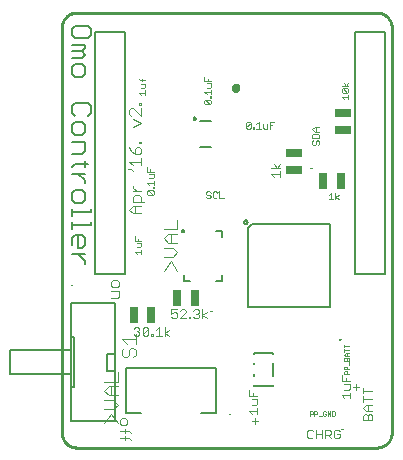
<source format=gto>
G75*
%MOIN*%
%OFA0B0*%
%FSLAX25Y25*%
%IPPOS*%
%LPD*%
%AMOC8*
5,1,8,0,0,1.08239X$1,22.5*
%
%ADD10C,0.00600*%
%ADD11C,0.01000*%
%ADD12C,0.01600*%
%ADD13C,0.00300*%
%ADD14C,0.00200*%
%ADD15C,0.00000*%
%ADD16R,0.02559X0.05512*%
%ADD17R,0.05512X0.02559*%
%ADD18C,0.00400*%
%ADD19C,0.00500*%
%ADD20C,0.00800*%
D10*
X0026041Y0063999D02*
X0026041Y0065067D01*
X0023906Y0067202D01*
X0021771Y0067202D02*
X0026041Y0067202D01*
X0024973Y0069377D02*
X0023906Y0069377D01*
X0023906Y0073647D01*
X0024973Y0073647D02*
X0026041Y0072580D01*
X0026041Y0070444D01*
X0024973Y0069377D01*
X0021771Y0070444D02*
X0021771Y0072580D01*
X0022838Y0073647D01*
X0024973Y0073647D01*
X0028176Y0076877D02*
X0021771Y0076877D01*
X0021771Y0077944D02*
X0021771Y0075809D01*
X0021771Y0080106D02*
X0021771Y0082241D01*
X0021771Y0081174D02*
X0028176Y0081174D01*
X0028176Y0082241D01*
X0024973Y0084416D02*
X0026041Y0085484D01*
X0026041Y0087619D01*
X0024973Y0088687D01*
X0022838Y0088687D01*
X0021771Y0087619D01*
X0021771Y0085484D01*
X0022838Y0084416D01*
X0024973Y0084416D01*
X0026041Y0090855D02*
X0026041Y0091923D01*
X0023906Y0094058D01*
X0021771Y0094058D02*
X0026041Y0094058D01*
X0026041Y0096220D02*
X0026041Y0098355D01*
X0027109Y0097287D02*
X0022838Y0097287D01*
X0021771Y0096220D01*
X0021771Y0100530D02*
X0024973Y0100530D01*
X0026041Y0101598D01*
X0026041Y0104800D01*
X0021771Y0104800D01*
X0022838Y0106976D02*
X0024973Y0106976D01*
X0026041Y0108043D01*
X0026041Y0110178D01*
X0024973Y0111246D01*
X0022838Y0111246D01*
X0021771Y0110178D01*
X0021771Y0108043D01*
X0022838Y0106976D01*
X0022838Y0113421D02*
X0021771Y0114489D01*
X0021771Y0116624D01*
X0022838Y0117691D01*
X0027109Y0117691D01*
X0028176Y0116624D01*
X0028176Y0114489D01*
X0027109Y0113421D01*
X0024973Y0126312D02*
X0022838Y0126312D01*
X0021771Y0127380D01*
X0021771Y0129515D01*
X0022838Y0130582D01*
X0024973Y0130582D01*
X0026041Y0129515D01*
X0026041Y0127380D01*
X0024973Y0126312D01*
X0024973Y0132758D02*
X0021771Y0132758D01*
X0021771Y0134893D02*
X0024973Y0134893D01*
X0026041Y0133825D01*
X0024973Y0132758D01*
X0024973Y0134893D02*
X0026041Y0135960D01*
X0026041Y0137028D01*
X0021771Y0137028D01*
X0022838Y0139203D02*
X0021771Y0140271D01*
X0021771Y0142406D01*
X0022838Y0143473D01*
X0027109Y0143473D01*
X0028176Y0142406D01*
X0028176Y0140271D01*
X0027109Y0139203D01*
X0022838Y0139203D01*
X0028176Y0077944D02*
X0028176Y0076877D01*
X0082589Y0034479D02*
X0082589Y0034109D01*
X0082589Y0034479D02*
X0088967Y0034479D01*
X0088967Y0034109D01*
X0088967Y0030935D02*
X0088967Y0026825D01*
X0088967Y0023652D02*
X0088967Y0023282D01*
X0082589Y0023282D01*
X0082589Y0023652D01*
X0082589Y0026825D02*
X0082589Y0027195D01*
X0082589Y0030565D02*
X0082589Y0030935D01*
D11*
X0018376Y0007817D02*
X0018376Y0142817D01*
X0018378Y0142957D01*
X0018384Y0143097D01*
X0018394Y0143237D01*
X0018407Y0143377D01*
X0018425Y0143516D01*
X0018447Y0143655D01*
X0018472Y0143792D01*
X0018501Y0143930D01*
X0018534Y0144066D01*
X0018571Y0144201D01*
X0018612Y0144335D01*
X0018657Y0144468D01*
X0018705Y0144600D01*
X0018757Y0144730D01*
X0018812Y0144859D01*
X0018871Y0144986D01*
X0018934Y0145112D01*
X0019000Y0145236D01*
X0019069Y0145357D01*
X0019142Y0145477D01*
X0019219Y0145595D01*
X0019298Y0145710D01*
X0019381Y0145824D01*
X0019467Y0145934D01*
X0019556Y0146043D01*
X0019648Y0146149D01*
X0019743Y0146252D01*
X0019840Y0146353D01*
X0019941Y0146450D01*
X0020044Y0146545D01*
X0020150Y0146637D01*
X0020259Y0146726D01*
X0020369Y0146812D01*
X0020483Y0146895D01*
X0020598Y0146974D01*
X0020716Y0147051D01*
X0020836Y0147124D01*
X0020957Y0147193D01*
X0021081Y0147259D01*
X0021207Y0147322D01*
X0021334Y0147381D01*
X0021463Y0147436D01*
X0021593Y0147488D01*
X0021725Y0147536D01*
X0021858Y0147581D01*
X0021992Y0147622D01*
X0022127Y0147659D01*
X0022263Y0147692D01*
X0022401Y0147721D01*
X0022538Y0147746D01*
X0022677Y0147768D01*
X0022816Y0147786D01*
X0022956Y0147799D01*
X0023096Y0147809D01*
X0023236Y0147815D01*
X0023376Y0147817D01*
X0123376Y0147817D01*
X0123516Y0147815D01*
X0123656Y0147809D01*
X0123796Y0147799D01*
X0123936Y0147786D01*
X0124075Y0147768D01*
X0124214Y0147746D01*
X0124351Y0147721D01*
X0124489Y0147692D01*
X0124625Y0147659D01*
X0124760Y0147622D01*
X0124894Y0147581D01*
X0125027Y0147536D01*
X0125159Y0147488D01*
X0125289Y0147436D01*
X0125418Y0147381D01*
X0125545Y0147322D01*
X0125671Y0147259D01*
X0125795Y0147193D01*
X0125916Y0147124D01*
X0126036Y0147051D01*
X0126154Y0146974D01*
X0126269Y0146895D01*
X0126383Y0146812D01*
X0126493Y0146726D01*
X0126602Y0146637D01*
X0126708Y0146545D01*
X0126811Y0146450D01*
X0126912Y0146353D01*
X0127009Y0146252D01*
X0127104Y0146149D01*
X0127196Y0146043D01*
X0127285Y0145934D01*
X0127371Y0145824D01*
X0127454Y0145710D01*
X0127533Y0145595D01*
X0127610Y0145477D01*
X0127683Y0145357D01*
X0127752Y0145236D01*
X0127818Y0145112D01*
X0127881Y0144986D01*
X0127940Y0144859D01*
X0127995Y0144730D01*
X0128047Y0144600D01*
X0128095Y0144468D01*
X0128140Y0144335D01*
X0128181Y0144201D01*
X0128218Y0144066D01*
X0128251Y0143930D01*
X0128280Y0143792D01*
X0128305Y0143655D01*
X0128327Y0143516D01*
X0128345Y0143377D01*
X0128358Y0143237D01*
X0128368Y0143097D01*
X0128374Y0142957D01*
X0128376Y0142817D01*
X0128376Y0007817D01*
X0128374Y0007677D01*
X0128368Y0007537D01*
X0128358Y0007397D01*
X0128345Y0007257D01*
X0128327Y0007118D01*
X0128305Y0006979D01*
X0128280Y0006842D01*
X0128251Y0006704D01*
X0128218Y0006568D01*
X0128181Y0006433D01*
X0128140Y0006299D01*
X0128095Y0006166D01*
X0128047Y0006034D01*
X0127995Y0005904D01*
X0127940Y0005775D01*
X0127881Y0005648D01*
X0127818Y0005522D01*
X0127752Y0005398D01*
X0127683Y0005277D01*
X0127610Y0005157D01*
X0127533Y0005039D01*
X0127454Y0004924D01*
X0127371Y0004810D01*
X0127285Y0004700D01*
X0127196Y0004591D01*
X0127104Y0004485D01*
X0127009Y0004382D01*
X0126912Y0004281D01*
X0126811Y0004184D01*
X0126708Y0004089D01*
X0126602Y0003997D01*
X0126493Y0003908D01*
X0126383Y0003822D01*
X0126269Y0003739D01*
X0126154Y0003660D01*
X0126036Y0003583D01*
X0125916Y0003510D01*
X0125795Y0003441D01*
X0125671Y0003375D01*
X0125545Y0003312D01*
X0125418Y0003253D01*
X0125289Y0003198D01*
X0125159Y0003146D01*
X0125027Y0003098D01*
X0124894Y0003053D01*
X0124760Y0003012D01*
X0124625Y0002975D01*
X0124489Y0002942D01*
X0124351Y0002913D01*
X0124214Y0002888D01*
X0124075Y0002866D01*
X0123936Y0002848D01*
X0123796Y0002835D01*
X0123656Y0002825D01*
X0123516Y0002819D01*
X0123376Y0002817D01*
X0023376Y0002817D01*
X0023236Y0002819D01*
X0023096Y0002825D01*
X0022956Y0002835D01*
X0022816Y0002848D01*
X0022677Y0002866D01*
X0022538Y0002888D01*
X0022401Y0002913D01*
X0022263Y0002942D01*
X0022127Y0002975D01*
X0021992Y0003012D01*
X0021858Y0003053D01*
X0021725Y0003098D01*
X0021593Y0003146D01*
X0021463Y0003198D01*
X0021334Y0003253D01*
X0021207Y0003312D01*
X0021081Y0003375D01*
X0020957Y0003441D01*
X0020836Y0003510D01*
X0020716Y0003583D01*
X0020598Y0003660D01*
X0020483Y0003739D01*
X0020369Y0003822D01*
X0020259Y0003908D01*
X0020150Y0003997D01*
X0020044Y0004089D01*
X0019941Y0004184D01*
X0019840Y0004281D01*
X0019743Y0004382D01*
X0019648Y0004485D01*
X0019556Y0004591D01*
X0019467Y0004700D01*
X0019381Y0004810D01*
X0019298Y0004924D01*
X0019219Y0005039D01*
X0019142Y0005157D01*
X0019069Y0005277D01*
X0019000Y0005398D01*
X0018934Y0005522D01*
X0018871Y0005648D01*
X0018812Y0005775D01*
X0018757Y0005904D01*
X0018705Y0006034D01*
X0018657Y0006166D01*
X0018612Y0006299D01*
X0018571Y0006433D01*
X0018534Y0006568D01*
X0018501Y0006704D01*
X0018472Y0006842D01*
X0018447Y0006979D01*
X0018425Y0007118D01*
X0018407Y0007257D01*
X0018394Y0007397D01*
X0018384Y0007537D01*
X0018378Y0007677D01*
X0018376Y0007817D01*
D12*
X0075813Y0122713D02*
X0075815Y0122760D01*
X0075821Y0122807D01*
X0075830Y0122853D01*
X0075844Y0122898D01*
X0075861Y0122942D01*
X0075882Y0122984D01*
X0075906Y0123025D01*
X0075933Y0123063D01*
X0075964Y0123099D01*
X0075997Y0123132D01*
X0076033Y0123163D01*
X0076071Y0123190D01*
X0076112Y0123214D01*
X0076154Y0123235D01*
X0076198Y0123252D01*
X0076243Y0123266D01*
X0076289Y0123275D01*
X0076336Y0123281D01*
X0076383Y0123283D01*
X0076430Y0123281D01*
X0076477Y0123275D01*
X0076523Y0123266D01*
X0076568Y0123252D01*
X0076612Y0123235D01*
X0076654Y0123214D01*
X0076695Y0123190D01*
X0076733Y0123163D01*
X0076769Y0123132D01*
X0076802Y0123099D01*
X0076833Y0123063D01*
X0076860Y0123025D01*
X0076884Y0122984D01*
X0076905Y0122942D01*
X0076922Y0122898D01*
X0076936Y0122853D01*
X0076945Y0122807D01*
X0076951Y0122760D01*
X0076953Y0122713D01*
X0076951Y0122666D01*
X0076945Y0122619D01*
X0076936Y0122573D01*
X0076922Y0122528D01*
X0076905Y0122484D01*
X0076884Y0122442D01*
X0076860Y0122401D01*
X0076833Y0122363D01*
X0076802Y0122327D01*
X0076769Y0122294D01*
X0076733Y0122263D01*
X0076695Y0122236D01*
X0076654Y0122212D01*
X0076612Y0122191D01*
X0076568Y0122174D01*
X0076523Y0122160D01*
X0076477Y0122151D01*
X0076430Y0122145D01*
X0076383Y0122143D01*
X0076336Y0122145D01*
X0076289Y0122151D01*
X0076243Y0122160D01*
X0076198Y0122174D01*
X0076154Y0122191D01*
X0076112Y0122212D01*
X0076071Y0122236D01*
X0076033Y0122263D01*
X0075997Y0122294D01*
X0075964Y0122327D01*
X0075933Y0122363D01*
X0075906Y0122401D01*
X0075882Y0122442D01*
X0075861Y0122484D01*
X0075844Y0122528D01*
X0075830Y0122573D01*
X0075821Y0122619D01*
X0075815Y0122666D01*
X0075813Y0122713D01*
D13*
X0089236Y0097425D02*
X0090203Y0095974D01*
X0091171Y0097425D01*
X0091171Y0095974D02*
X0088268Y0095974D01*
X0088268Y0093995D02*
X0091171Y0093995D01*
X0091171Y0094962D02*
X0091171Y0093027D01*
X0089236Y0093027D02*
X0088268Y0093995D01*
X0065184Y0048884D02*
X0065184Y0045981D01*
X0065184Y0046949D02*
X0066635Y0047916D01*
X0065184Y0046949D02*
X0066635Y0045981D01*
X0064172Y0046465D02*
X0063688Y0045981D01*
X0062721Y0045981D01*
X0062237Y0046465D01*
X0061248Y0046465D02*
X0061248Y0045981D01*
X0060764Y0045981D01*
X0060764Y0046465D01*
X0061248Y0046465D01*
X0059752Y0045981D02*
X0057817Y0045981D01*
X0059752Y0047916D01*
X0059752Y0048400D01*
X0059269Y0048884D01*
X0058301Y0048884D01*
X0057817Y0048400D01*
X0056806Y0048884D02*
X0054871Y0048884D01*
X0054871Y0047433D01*
X0055838Y0047916D01*
X0056322Y0047916D01*
X0056806Y0047433D01*
X0056806Y0046465D01*
X0056322Y0045981D01*
X0055355Y0045981D01*
X0054871Y0046465D01*
X0052670Y0042978D02*
X0052670Y0040076D01*
X0052670Y0041043D02*
X0054121Y0042011D01*
X0052670Y0041043D02*
X0054121Y0040076D01*
X0051659Y0040076D02*
X0049724Y0040076D01*
X0050691Y0040076D02*
X0050691Y0042978D01*
X0049724Y0042011D01*
X0048734Y0040560D02*
X0048250Y0040560D01*
X0048250Y0040076D01*
X0048734Y0040076D01*
X0048734Y0040560D01*
X0047239Y0040560D02*
X0046755Y0040076D01*
X0045788Y0040076D01*
X0045304Y0040560D01*
X0047239Y0042495D01*
X0047239Y0040560D01*
X0047239Y0042495D02*
X0046755Y0042978D01*
X0045788Y0042978D01*
X0045304Y0042495D01*
X0045304Y0040560D01*
X0044292Y0040560D02*
X0043809Y0040076D01*
X0042841Y0040076D01*
X0042357Y0040560D01*
X0043325Y0041527D02*
X0043809Y0041527D01*
X0044292Y0041043D01*
X0044292Y0040560D01*
X0043809Y0041527D02*
X0044292Y0042011D01*
X0044292Y0042495D01*
X0043809Y0042978D01*
X0042841Y0042978D01*
X0042357Y0042495D01*
X0036817Y0052504D02*
X0034966Y0052504D01*
X0034966Y0054973D02*
X0037435Y0054973D01*
X0037435Y0053122D01*
X0036817Y0052504D01*
X0036817Y0056188D02*
X0035583Y0056188D01*
X0034966Y0056805D01*
X0034966Y0058039D01*
X0035583Y0058656D01*
X0036817Y0058656D01*
X0037435Y0058039D01*
X0037435Y0056805D01*
X0036817Y0056188D01*
X0042173Y0080886D02*
X0040938Y0082120D01*
X0042173Y0083355D01*
X0044642Y0083355D01*
X0044642Y0084569D02*
X0044642Y0086421D01*
X0044024Y0087038D01*
X0042790Y0087038D01*
X0042173Y0086421D01*
X0042173Y0084569D01*
X0045876Y0084569D01*
X0042790Y0083355D02*
X0042790Y0080886D01*
X0042173Y0080886D02*
X0044642Y0080886D01*
X0044642Y0088252D02*
X0042173Y0088252D01*
X0043407Y0088252D02*
X0042173Y0089487D01*
X0042173Y0090104D01*
X0042173Y0095005D02*
X0041556Y0095622D01*
X0040321Y0095622D01*
X0042173Y0096846D02*
X0040938Y0098081D01*
X0044642Y0098081D01*
X0044642Y0099315D02*
X0044642Y0096846D01*
X0044024Y0100529D02*
X0042790Y0100529D01*
X0042790Y0102381D01*
X0043407Y0102998D01*
X0044024Y0102998D01*
X0044642Y0102381D01*
X0044642Y0101147D01*
X0044024Y0100529D01*
X0042790Y0100529D02*
X0041556Y0101764D01*
X0040938Y0102998D01*
X0044024Y0104213D02*
X0044024Y0104830D01*
X0044642Y0104830D01*
X0044642Y0104213D01*
X0044024Y0104213D01*
X0042173Y0109737D02*
X0044642Y0110972D01*
X0042173Y0112206D01*
X0041556Y0113420D02*
X0040938Y0114038D01*
X0040938Y0115272D01*
X0041556Y0115889D01*
X0042173Y0115889D01*
X0044642Y0113420D01*
X0044642Y0115889D01*
X0044642Y0117104D02*
X0044642Y0117721D01*
X0044024Y0117721D01*
X0044024Y0117104D01*
X0044642Y0117104D01*
X0062721Y0048884D02*
X0063688Y0048884D01*
X0064172Y0048400D01*
X0064172Y0047916D01*
X0063688Y0047433D01*
X0064172Y0046949D01*
X0064172Y0046465D01*
X0063688Y0047433D02*
X0063205Y0047433D01*
X0062237Y0048400D02*
X0062721Y0048884D01*
X0080713Y0021857D02*
X0080713Y0019922D01*
X0083616Y0019922D01*
X0083616Y0018910D02*
X0081681Y0018910D01*
X0082164Y0019922D02*
X0082164Y0020889D01*
X0083616Y0018910D02*
X0083616Y0017459D01*
X0083132Y0016975D01*
X0081681Y0016975D01*
X0083616Y0015964D02*
X0083616Y0014029D01*
X0083616Y0014996D02*
X0080713Y0014996D01*
X0081681Y0014029D01*
X0082724Y0012539D02*
X0082724Y0010604D01*
X0081757Y0011572D02*
X0083692Y0011572D01*
X0100243Y0008331D02*
X0100243Y0006396D01*
X0100726Y0005913D01*
X0101694Y0005913D01*
X0102178Y0006396D01*
X0103189Y0005913D02*
X0103189Y0008815D01*
X0102178Y0008331D02*
X0101694Y0008815D01*
X0100726Y0008815D01*
X0100243Y0008331D01*
X0103189Y0007364D02*
X0105124Y0007364D01*
X0106136Y0006880D02*
X0107587Y0006880D01*
X0108071Y0007364D01*
X0108071Y0008331D01*
X0107587Y0008815D01*
X0106136Y0008815D01*
X0106136Y0005913D01*
X0105124Y0005913D02*
X0105124Y0008815D01*
X0107103Y0006880D02*
X0108071Y0005913D01*
X0109082Y0006396D02*
X0109566Y0005913D01*
X0110533Y0005913D01*
X0111017Y0006396D01*
X0111017Y0007364D01*
X0110050Y0007364D01*
X0111017Y0008331D02*
X0110533Y0008815D01*
X0109566Y0008815D01*
X0109082Y0008331D01*
X0109082Y0006396D01*
X0118887Y0012014D02*
X0118887Y0013465D01*
X0119371Y0013949D01*
X0119855Y0013949D01*
X0120338Y0013465D01*
X0120338Y0012014D01*
X0118887Y0012014D02*
X0121790Y0012014D01*
X0121790Y0013465D01*
X0121306Y0013949D01*
X0120822Y0013949D01*
X0120338Y0013465D01*
X0120338Y0014961D02*
X0120338Y0016896D01*
X0119855Y0016896D02*
X0121790Y0016896D01*
X0119855Y0016896D02*
X0118887Y0015928D01*
X0119855Y0014961D01*
X0121790Y0014961D01*
X0121790Y0018875D02*
X0118887Y0018875D01*
X0118887Y0019842D02*
X0118887Y0017907D01*
X0118887Y0020854D02*
X0118887Y0022789D01*
X0118887Y0021821D02*
X0121790Y0021821D01*
X0117513Y0022933D02*
X0115578Y0022933D01*
X0114538Y0022633D02*
X0114538Y0024084D01*
X0112603Y0024084D01*
X0113087Y0025096D02*
X0113087Y0026063D01*
X0114538Y0025096D02*
X0111636Y0025096D01*
X0111636Y0027031D01*
X0114538Y0022633D02*
X0114054Y0022149D01*
X0112603Y0022149D01*
X0111636Y0020170D02*
X0114538Y0020170D01*
X0114538Y0019203D02*
X0114538Y0021138D01*
X0116545Y0021965D02*
X0116545Y0023900D01*
X0112603Y0019203D02*
X0111636Y0020170D01*
X0041442Y0007750D02*
X0040825Y0008367D01*
X0037739Y0008367D01*
X0038356Y0010199D02*
X0039590Y0010199D01*
X0040207Y0010816D01*
X0040207Y0012050D01*
X0039590Y0012667D01*
X0038356Y0012667D01*
X0037739Y0012050D01*
X0037739Y0010816D01*
X0038356Y0010199D01*
X0039590Y0008984D02*
X0039590Y0007750D01*
X0039590Y0006529D02*
X0039590Y0005294D01*
X0040825Y0005912D02*
X0041442Y0005294D01*
X0040825Y0005912D02*
X0037739Y0005912D01*
D14*
X0043470Y0067298D02*
X0042736Y0068032D01*
X0044938Y0068032D01*
X0044938Y0067298D02*
X0044938Y0068766D01*
X0044571Y0069508D02*
X0044938Y0069875D01*
X0044938Y0070976D01*
X0043470Y0070976D01*
X0043837Y0071717D02*
X0043837Y0072451D01*
X0044938Y0071717D02*
X0042736Y0071717D01*
X0042736Y0073185D01*
X0043470Y0069508D02*
X0044571Y0069508D01*
X0047221Y0087040D02*
X0046854Y0087407D01*
X0046854Y0088141D01*
X0047221Y0088508D01*
X0048689Y0087040D01*
X0049056Y0087407D01*
X0049056Y0088141D01*
X0048689Y0088508D01*
X0047221Y0088508D01*
X0047221Y0087040D02*
X0048689Y0087040D01*
X0048689Y0089250D02*
X0048689Y0089617D01*
X0049056Y0089617D01*
X0049056Y0089250D01*
X0048689Y0089250D01*
X0049056Y0090355D02*
X0049056Y0091823D01*
X0049056Y0091089D02*
X0046854Y0091089D01*
X0047588Y0090355D01*
X0047588Y0092565D02*
X0048689Y0092565D01*
X0049056Y0092932D01*
X0049056Y0094033D01*
X0047588Y0094033D01*
X0047955Y0094775D02*
X0047955Y0095509D01*
X0046854Y0094775D02*
X0046854Y0096243D01*
X0046854Y0094775D02*
X0049056Y0094775D01*
X0066507Y0087823D02*
X0066507Y0087456D01*
X0066874Y0087089D01*
X0067608Y0087089D01*
X0067975Y0086722D01*
X0067975Y0086355D01*
X0067608Y0085988D01*
X0066874Y0085988D01*
X0066507Y0086355D01*
X0066507Y0087823D02*
X0066874Y0088190D01*
X0067608Y0088190D01*
X0067975Y0087823D01*
X0068717Y0087823D02*
X0068717Y0086355D01*
X0069084Y0085988D01*
X0069818Y0085988D01*
X0070185Y0086355D01*
X0070927Y0085988D02*
X0072395Y0085988D01*
X0070927Y0085988D02*
X0070927Y0088190D01*
X0070185Y0087823D02*
X0069818Y0088190D01*
X0069084Y0088190D01*
X0068717Y0087823D01*
X0080294Y0109158D02*
X0079927Y0109525D01*
X0081395Y0110993D01*
X0081395Y0109525D01*
X0081028Y0109158D01*
X0080294Y0109158D01*
X0079927Y0109525D02*
X0079927Y0110993D01*
X0080294Y0111360D01*
X0081028Y0111360D01*
X0081395Y0110993D01*
X0082136Y0109525D02*
X0082503Y0109525D01*
X0082503Y0109158D01*
X0082136Y0109158D01*
X0082136Y0109525D01*
X0083241Y0109158D02*
X0084709Y0109158D01*
X0083975Y0109158D02*
X0083975Y0111360D01*
X0083241Y0110626D01*
X0085451Y0110626D02*
X0085451Y0109525D01*
X0085818Y0109158D01*
X0086919Y0109158D01*
X0086919Y0110626D01*
X0087661Y0110259D02*
X0088395Y0110259D01*
X0087661Y0109158D02*
X0087661Y0111360D01*
X0089129Y0111360D01*
X0101901Y0108858D02*
X0102635Y0109592D01*
X0104103Y0109592D01*
X0103002Y0109592D02*
X0103002Y0108124D01*
X0102635Y0108124D02*
X0101901Y0108858D01*
X0102635Y0108124D02*
X0104103Y0108124D01*
X0103736Y0107383D02*
X0102268Y0107383D01*
X0101901Y0107016D01*
X0101901Y0105915D01*
X0104103Y0105915D01*
X0104103Y0107016D01*
X0103736Y0107383D01*
X0103736Y0105173D02*
X0104103Y0104806D01*
X0104103Y0104072D01*
X0103736Y0103705D01*
X0103002Y0104072D02*
X0103002Y0104806D01*
X0103369Y0105173D01*
X0103736Y0105173D01*
X0103002Y0104072D02*
X0102635Y0103705D01*
X0102268Y0103705D01*
X0101901Y0104072D01*
X0101901Y0104806D01*
X0102268Y0105173D01*
X0112431Y0118906D02*
X0111697Y0119640D01*
X0113899Y0119640D01*
X0113899Y0118906D02*
X0113899Y0120374D01*
X0113532Y0121116D02*
X0112064Y0121116D01*
X0111697Y0121482D01*
X0111697Y0122216D01*
X0112064Y0122583D01*
X0113532Y0121116D01*
X0113899Y0121482D01*
X0113899Y0122216D01*
X0113532Y0122583D01*
X0112064Y0122583D01*
X0111697Y0123325D02*
X0113899Y0123325D01*
X0113165Y0123325D02*
X0112431Y0124426D01*
X0113165Y0123325D02*
X0113899Y0124426D01*
X0109627Y0087818D02*
X0109627Y0085616D01*
X0109627Y0086350D02*
X0110728Y0087084D01*
X0109627Y0086350D02*
X0110728Y0085616D01*
X0108885Y0085616D02*
X0107417Y0085616D01*
X0108151Y0085616D02*
X0108151Y0087818D01*
X0107417Y0087084D01*
X0068111Y0117628D02*
X0067744Y0117261D01*
X0066276Y0118729D01*
X0067744Y0118729D01*
X0068111Y0118362D01*
X0068111Y0117628D01*
X0067744Y0117261D02*
X0066276Y0117261D01*
X0065909Y0117628D01*
X0065909Y0118362D01*
X0066276Y0118729D01*
X0067744Y0119471D02*
X0067744Y0119838D01*
X0068111Y0119838D01*
X0068111Y0119471D01*
X0067744Y0119471D01*
X0068111Y0120575D02*
X0068111Y0122043D01*
X0068111Y0121309D02*
X0065909Y0121309D01*
X0066643Y0120575D01*
X0066643Y0122785D02*
X0067744Y0122785D01*
X0068111Y0123152D01*
X0068111Y0124253D01*
X0066643Y0124253D01*
X0067010Y0124995D02*
X0067010Y0125729D01*
X0065909Y0124995D02*
X0065909Y0126463D01*
X0065909Y0124995D02*
X0068111Y0124995D01*
X0046209Y0125206D02*
X0044374Y0125206D01*
X0044007Y0125573D01*
X0045108Y0125573D02*
X0045108Y0124839D01*
X0044741Y0124097D02*
X0046209Y0124097D01*
X0046209Y0122996D01*
X0045842Y0122629D01*
X0044741Y0122629D01*
X0046209Y0121887D02*
X0046209Y0120419D01*
X0046209Y0121153D02*
X0044007Y0121153D01*
X0044741Y0120419D01*
X0112632Y0037162D02*
X0112632Y0036227D01*
X0112632Y0036695D02*
X0114033Y0036695D01*
X0114033Y0035221D02*
X0112632Y0035221D01*
X0112632Y0034754D02*
X0112632Y0035688D01*
X0113099Y0034215D02*
X0112632Y0033748D01*
X0113099Y0033281D01*
X0114033Y0033281D01*
X0113800Y0032742D02*
X0114033Y0032508D01*
X0114033Y0031808D01*
X0112632Y0031808D01*
X0112632Y0032508D01*
X0112866Y0032742D01*
X0113099Y0032742D01*
X0113333Y0032508D01*
X0113333Y0031808D01*
X0113333Y0032508D02*
X0113566Y0032742D01*
X0113800Y0032742D01*
X0113333Y0033281D02*
X0113333Y0034215D01*
X0113099Y0034215D02*
X0114033Y0034215D01*
X0114267Y0031269D02*
X0114267Y0030334D01*
X0113566Y0029562D02*
X0113566Y0028861D01*
X0114033Y0028861D02*
X0112632Y0028861D01*
X0112632Y0029562D01*
X0112866Y0029795D01*
X0113333Y0029795D01*
X0113566Y0029562D01*
X0113333Y0028322D02*
X0112866Y0028322D01*
X0112632Y0028089D01*
X0112632Y0027388D01*
X0114033Y0027388D01*
X0113566Y0027388D02*
X0113566Y0028089D01*
X0113333Y0028322D01*
X0109180Y0014860D02*
X0108479Y0014860D01*
X0108479Y0013459D01*
X0109180Y0013459D01*
X0109413Y0013693D01*
X0109413Y0014627D01*
X0109180Y0014860D01*
X0107940Y0014860D02*
X0107940Y0013459D01*
X0107006Y0014860D01*
X0107006Y0013459D01*
X0106467Y0013693D02*
X0106467Y0014160D01*
X0106000Y0014160D01*
X0106467Y0014627D02*
X0106233Y0014860D01*
X0105766Y0014860D01*
X0105533Y0014627D01*
X0105533Y0013693D01*
X0105766Y0013459D01*
X0106233Y0013459D01*
X0106467Y0013693D01*
X0104993Y0013226D02*
X0104059Y0013226D01*
X0103287Y0013926D02*
X0102586Y0013926D01*
X0102586Y0013459D02*
X0102586Y0014860D01*
X0103287Y0014860D01*
X0103520Y0014627D01*
X0103520Y0014160D01*
X0103287Y0013926D01*
X0102047Y0014160D02*
X0101813Y0013926D01*
X0101113Y0013926D01*
X0101113Y0013459D02*
X0101113Y0014860D01*
X0101813Y0014860D01*
X0102047Y0014627D01*
X0102047Y0014160D01*
D15*
X0111545Y0008973D02*
X0111612Y0008973D01*
X0111637Y0008973D02*
X0111687Y0008973D01*
X0111704Y0008956D01*
X0111704Y0008922D01*
X0111687Y0008906D01*
X0111637Y0008906D01*
X0111637Y0008872D02*
X0111637Y0008973D01*
X0111579Y0008973D02*
X0111579Y0008872D01*
X0111729Y0008872D02*
X0111729Y0008973D01*
X0111779Y0008973D01*
X0111796Y0008956D01*
X0111796Y0008939D01*
X0111779Y0008922D01*
X0111729Y0008922D01*
X0111729Y0008872D02*
X0111779Y0008872D01*
X0111796Y0008889D01*
X0111796Y0008906D01*
X0111779Y0008922D01*
X0111822Y0008939D02*
X0111855Y0008973D01*
X0111855Y0008872D01*
X0111822Y0008872D02*
X0111888Y0008872D01*
X0111914Y0008839D02*
X0111947Y0008872D01*
X0111930Y0008872D01*
X0111930Y0008889D01*
X0111947Y0008889D01*
X0111947Y0008872D01*
X0111975Y0008872D02*
X0112042Y0008939D01*
X0112042Y0008956D01*
X0112025Y0008973D01*
X0111992Y0008973D01*
X0111975Y0008956D01*
X0111975Y0008872D02*
X0112042Y0008872D01*
X0112067Y0008872D02*
X0112067Y0008889D01*
X0112134Y0008956D01*
X0112134Y0008973D01*
X0112067Y0008973D01*
X0111126Y0038760D02*
X0111160Y0038794D01*
X0111143Y0038794D01*
X0111143Y0038810D01*
X0111160Y0038810D01*
X0111160Y0038794D01*
X0111188Y0038794D02*
X0111254Y0038860D01*
X0111254Y0038877D01*
X0111238Y0038894D01*
X0111204Y0038894D01*
X0111188Y0038877D01*
X0111188Y0038794D02*
X0111254Y0038794D01*
X0111280Y0038794D02*
X0111280Y0038810D01*
X0111346Y0038877D01*
X0111346Y0038894D01*
X0111280Y0038894D01*
X0111101Y0038794D02*
X0111034Y0038794D01*
X0111009Y0038810D02*
X0110992Y0038794D01*
X0110942Y0038794D01*
X0110942Y0038894D01*
X0110992Y0038894D01*
X0111009Y0038877D01*
X0111009Y0038860D01*
X0110992Y0038844D01*
X0110942Y0038844D01*
X0110917Y0038844D02*
X0110900Y0038827D01*
X0110850Y0038827D01*
X0110850Y0038794D02*
X0110850Y0038894D01*
X0110900Y0038894D01*
X0110917Y0038877D01*
X0110917Y0038844D01*
X0110992Y0038844D02*
X0111009Y0038827D01*
X0111009Y0038810D01*
X0111034Y0038860D02*
X0111067Y0038894D01*
X0111067Y0038794D01*
X0110825Y0038894D02*
X0110758Y0038894D01*
X0110791Y0038894D02*
X0110791Y0038794D01*
X0074575Y0014051D02*
X0074575Y0014035D01*
X0074508Y0013968D01*
X0074508Y0013951D01*
X0074483Y0013951D02*
X0074416Y0013951D01*
X0074483Y0014018D01*
X0074483Y0014035D01*
X0074466Y0014051D01*
X0074433Y0014051D01*
X0074416Y0014035D01*
X0074388Y0013968D02*
X0074371Y0013968D01*
X0074371Y0013951D01*
X0074388Y0013951D01*
X0074388Y0013968D01*
X0074388Y0013951D02*
X0074355Y0013918D01*
X0074329Y0013951D02*
X0074262Y0013951D01*
X0074237Y0013968D02*
X0074220Y0013951D01*
X0074170Y0013951D01*
X0074170Y0014051D01*
X0074220Y0014051D01*
X0074237Y0014035D01*
X0074237Y0014018D01*
X0074220Y0014001D01*
X0074170Y0014001D01*
X0074145Y0014001D02*
X0074128Y0013985D01*
X0074078Y0013985D01*
X0074078Y0013951D02*
X0074078Y0014051D01*
X0074128Y0014051D01*
X0074145Y0014035D01*
X0074145Y0014001D01*
X0074220Y0014001D02*
X0074237Y0013985D01*
X0074237Y0013968D01*
X0074262Y0014018D02*
X0074296Y0014051D01*
X0074296Y0013951D01*
X0074508Y0014051D02*
X0074575Y0014051D01*
X0074053Y0014051D02*
X0073986Y0014051D01*
X0074020Y0014051D02*
X0074020Y0013951D01*
X0068266Y0048270D02*
X0068300Y0048304D01*
X0068283Y0048304D01*
X0068283Y0048321D01*
X0068300Y0048321D01*
X0068300Y0048304D01*
X0068328Y0048304D02*
X0068394Y0048371D01*
X0068394Y0048387D01*
X0068378Y0048404D01*
X0068344Y0048404D01*
X0068328Y0048387D01*
X0068328Y0048304D02*
X0068394Y0048304D01*
X0068420Y0048304D02*
X0068420Y0048321D01*
X0068486Y0048387D01*
X0068486Y0048404D01*
X0068420Y0048404D01*
X0068241Y0048304D02*
X0068174Y0048304D01*
X0068149Y0048321D02*
X0068132Y0048304D01*
X0068082Y0048304D01*
X0068082Y0048404D01*
X0068132Y0048404D01*
X0068149Y0048387D01*
X0068149Y0048371D01*
X0068132Y0048354D01*
X0068082Y0048354D01*
X0068057Y0048354D02*
X0068040Y0048337D01*
X0067990Y0048337D01*
X0067990Y0048304D02*
X0067990Y0048404D01*
X0068040Y0048404D01*
X0068057Y0048387D01*
X0068057Y0048354D01*
X0068132Y0048354D02*
X0068149Y0048337D01*
X0068149Y0048321D01*
X0068174Y0048371D02*
X0068208Y0048404D01*
X0068208Y0048304D01*
X0067965Y0048404D02*
X0067898Y0048404D01*
X0067931Y0048404D02*
X0067931Y0048304D01*
X0070275Y0087875D02*
X0070308Y0087908D01*
X0070292Y0087908D01*
X0070292Y0087925D01*
X0070308Y0087925D01*
X0070308Y0087908D01*
X0070336Y0087908D02*
X0070403Y0087975D01*
X0070403Y0087992D01*
X0070387Y0088008D01*
X0070353Y0088008D01*
X0070336Y0087992D01*
X0070336Y0087908D02*
X0070403Y0087908D01*
X0070429Y0087908D02*
X0070429Y0087925D01*
X0070495Y0087992D01*
X0070495Y0088008D01*
X0070429Y0088008D01*
X0070250Y0087908D02*
X0070183Y0087908D01*
X0070158Y0087925D02*
X0070141Y0087908D01*
X0070091Y0087908D01*
X0070091Y0088008D01*
X0070141Y0088008D01*
X0070158Y0087992D01*
X0070158Y0087975D01*
X0070141Y0087958D01*
X0070091Y0087958D01*
X0070066Y0087958D02*
X0070049Y0087942D01*
X0069999Y0087942D01*
X0069999Y0087908D02*
X0069999Y0088008D01*
X0070049Y0088008D01*
X0070066Y0087992D01*
X0070066Y0087958D01*
X0070141Y0087958D02*
X0070158Y0087942D01*
X0070158Y0087925D01*
X0070183Y0087975D02*
X0070216Y0088008D01*
X0070216Y0087908D01*
X0069974Y0088008D02*
X0069907Y0088008D01*
X0069940Y0088008D02*
X0069940Y0087908D01*
X0101184Y0096060D02*
X0101251Y0096060D01*
X0101276Y0096060D02*
X0101326Y0096060D01*
X0101343Y0096044D01*
X0101343Y0096010D01*
X0101326Y0095994D01*
X0101276Y0095994D01*
X0101276Y0095960D02*
X0101276Y0096060D01*
X0101218Y0096060D02*
X0101218Y0095960D01*
X0101369Y0095960D02*
X0101419Y0095960D01*
X0101435Y0095977D01*
X0101435Y0095994D01*
X0101419Y0096010D01*
X0101369Y0096010D01*
X0101419Y0096010D02*
X0101435Y0096027D01*
X0101435Y0096044D01*
X0101419Y0096060D01*
X0101369Y0096060D01*
X0101369Y0095960D01*
X0101461Y0095960D02*
X0101527Y0095960D01*
X0101494Y0095960D02*
X0101494Y0096060D01*
X0101461Y0096027D01*
X0101569Y0095977D02*
X0101569Y0095960D01*
X0101586Y0095960D01*
X0101586Y0095977D01*
X0101569Y0095977D01*
X0101586Y0095960D02*
X0101553Y0095927D01*
X0101614Y0095960D02*
X0101681Y0096027D01*
X0101681Y0096044D01*
X0101664Y0096060D01*
X0101631Y0096060D01*
X0101614Y0096044D01*
X0101614Y0095960D02*
X0101681Y0095960D01*
X0101706Y0095960D02*
X0101706Y0095977D01*
X0101773Y0096044D01*
X0101773Y0096060D01*
X0101706Y0096060D01*
X0021898Y0057120D02*
X0021898Y0057104D01*
X0021831Y0057037D01*
X0021831Y0057020D01*
X0021805Y0057020D02*
X0021739Y0057020D01*
X0021805Y0057087D01*
X0021805Y0057104D01*
X0021789Y0057120D01*
X0021755Y0057120D01*
X0021739Y0057104D01*
X0021711Y0057037D02*
X0021694Y0057037D01*
X0021694Y0057020D01*
X0021711Y0057020D01*
X0021711Y0057037D01*
X0021711Y0057020D02*
X0021677Y0056987D01*
X0021652Y0057020D02*
X0021585Y0057020D01*
X0021560Y0057037D02*
X0021543Y0057020D01*
X0021493Y0057020D01*
X0021493Y0057120D01*
X0021543Y0057120D01*
X0021560Y0057104D01*
X0021560Y0057087D01*
X0021543Y0057070D01*
X0021493Y0057070D01*
X0021468Y0057070D02*
X0021451Y0057054D01*
X0021401Y0057054D01*
X0021401Y0057020D02*
X0021401Y0057120D01*
X0021451Y0057120D01*
X0021468Y0057104D01*
X0021468Y0057070D01*
X0021543Y0057070D02*
X0021560Y0057054D01*
X0021560Y0057037D01*
X0021585Y0057087D02*
X0021619Y0057120D01*
X0021619Y0057020D01*
X0021831Y0057120D02*
X0021898Y0057120D01*
X0021376Y0057120D02*
X0021309Y0057120D01*
X0021342Y0057120D02*
X0021342Y0057020D01*
D16*
X0042385Y0046878D03*
X0048185Y0046878D03*
X0056952Y0052784D03*
X0062752Y0052784D03*
X0105519Y0091594D03*
X0111319Y0091594D03*
D17*
X0112083Y0108520D03*
X0112083Y0114320D03*
X0095776Y0101048D03*
X0095776Y0095248D03*
D18*
X0056956Y0078687D02*
X0056956Y0075618D01*
X0052352Y0075618D01*
X0053886Y0074083D02*
X0052352Y0072549D01*
X0053886Y0071014D01*
X0056956Y0071014D01*
X0055421Y0069480D02*
X0052352Y0069480D01*
X0054654Y0071014D02*
X0054654Y0074083D01*
X0053886Y0074083D02*
X0056956Y0074083D01*
X0055421Y0069480D02*
X0056956Y0067945D01*
X0055421Y0066410D01*
X0052352Y0066410D01*
X0054654Y0064876D02*
X0056956Y0061806D01*
X0054654Y0064876D02*
X0052352Y0061806D01*
X0043058Y0040538D02*
X0043058Y0037469D01*
X0043058Y0039003D02*
X0038454Y0039003D01*
X0039989Y0037469D01*
X0039221Y0035934D02*
X0038454Y0035167D01*
X0038454Y0033632D01*
X0039221Y0032865D01*
X0039989Y0032865D01*
X0040756Y0033632D01*
X0040756Y0035167D01*
X0041523Y0035934D01*
X0042291Y0035934D01*
X0043058Y0035167D01*
X0043058Y0033632D01*
X0042291Y0032865D01*
X0037133Y0027861D02*
X0037133Y0024791D01*
X0032529Y0024791D01*
X0034063Y0023257D02*
X0037133Y0023257D01*
X0034831Y0023257D02*
X0034831Y0020187D01*
X0034063Y0020187D02*
X0032529Y0021722D01*
X0034063Y0023257D01*
X0034063Y0020187D02*
X0037133Y0020187D01*
X0035598Y0018653D02*
X0032529Y0018653D01*
X0032529Y0015583D02*
X0035598Y0015583D01*
X0037133Y0017118D01*
X0035598Y0018653D01*
X0034831Y0014049D02*
X0037133Y0010980D01*
X0034831Y0014049D02*
X0032529Y0010980D01*
D19*
X0036289Y0011557D02*
X0021329Y0011557D01*
X0021329Y0022975D01*
X0022510Y0022975D01*
X0022510Y0039510D01*
X0021329Y0039510D01*
X0021329Y0050928D01*
X0036289Y0050928D01*
X0036289Y0033998D01*
X0033533Y0033998D01*
X0033533Y0028487D01*
X0036289Y0028487D01*
X0036289Y0011557D01*
X0039833Y0014195D02*
X0044833Y0014195D01*
X0039833Y0014195D02*
X0039833Y0029195D01*
X0069833Y0029195D01*
X0069833Y0014195D01*
X0064833Y0014195D01*
X0036289Y0028487D02*
X0036289Y0033998D01*
X0021329Y0035180D02*
X0021329Y0027306D01*
X0001250Y0027306D01*
X0001250Y0035180D01*
X0021329Y0035180D01*
X0021329Y0039510D01*
X0021329Y0027306D02*
X0021329Y0022975D01*
X0059242Y0058369D02*
X0059242Y0060337D01*
X0059242Y0058369D02*
X0061211Y0058369D01*
X0069872Y0058369D02*
X0071841Y0058369D01*
X0071841Y0060337D01*
X0071841Y0072935D02*
X0071841Y0074904D01*
X0069872Y0074904D01*
X0058454Y0074904D02*
X0058456Y0074943D01*
X0058462Y0074982D01*
X0058472Y0075020D01*
X0058485Y0075057D01*
X0058502Y0075092D01*
X0058522Y0075126D01*
X0058546Y0075157D01*
X0058573Y0075186D01*
X0058602Y0075212D01*
X0058634Y0075235D01*
X0058668Y0075255D01*
X0058704Y0075271D01*
X0058741Y0075283D01*
X0058780Y0075292D01*
X0058819Y0075297D01*
X0058858Y0075298D01*
X0058897Y0075295D01*
X0058936Y0075288D01*
X0058973Y0075277D01*
X0059010Y0075263D01*
X0059045Y0075245D01*
X0059078Y0075224D01*
X0059109Y0075199D01*
X0059137Y0075172D01*
X0059162Y0075142D01*
X0059184Y0075109D01*
X0059203Y0075075D01*
X0059218Y0075039D01*
X0059230Y0075001D01*
X0059238Y0074963D01*
X0059242Y0074924D01*
X0059242Y0074884D01*
X0059238Y0074845D01*
X0059230Y0074807D01*
X0059218Y0074769D01*
X0059203Y0074733D01*
X0059184Y0074699D01*
X0059162Y0074666D01*
X0059137Y0074636D01*
X0059109Y0074609D01*
X0059078Y0074584D01*
X0059045Y0074563D01*
X0059010Y0074545D01*
X0058973Y0074531D01*
X0058936Y0074520D01*
X0058897Y0074513D01*
X0058858Y0074510D01*
X0058819Y0074511D01*
X0058780Y0074516D01*
X0058741Y0074525D01*
X0058704Y0074537D01*
X0058668Y0074553D01*
X0058634Y0074573D01*
X0058602Y0074596D01*
X0058573Y0074622D01*
X0058546Y0074651D01*
X0058522Y0074682D01*
X0058502Y0074716D01*
X0058485Y0074751D01*
X0058472Y0074788D01*
X0058462Y0074826D01*
X0058456Y0074865D01*
X0058454Y0074904D01*
X0064301Y0103031D02*
X0068238Y0103031D01*
X0068238Y0111692D02*
X0064301Y0111692D01*
X0062332Y0112480D02*
X0062334Y0112519D01*
X0062340Y0112558D01*
X0062350Y0112596D01*
X0062363Y0112633D01*
X0062380Y0112668D01*
X0062400Y0112702D01*
X0062424Y0112733D01*
X0062451Y0112762D01*
X0062480Y0112788D01*
X0062512Y0112811D01*
X0062546Y0112831D01*
X0062582Y0112847D01*
X0062619Y0112859D01*
X0062658Y0112868D01*
X0062697Y0112873D01*
X0062736Y0112874D01*
X0062775Y0112871D01*
X0062814Y0112864D01*
X0062851Y0112853D01*
X0062888Y0112839D01*
X0062923Y0112821D01*
X0062956Y0112800D01*
X0062987Y0112775D01*
X0063015Y0112748D01*
X0063040Y0112718D01*
X0063062Y0112685D01*
X0063081Y0112651D01*
X0063096Y0112615D01*
X0063108Y0112577D01*
X0063116Y0112539D01*
X0063120Y0112500D01*
X0063120Y0112460D01*
X0063116Y0112421D01*
X0063108Y0112383D01*
X0063096Y0112345D01*
X0063081Y0112309D01*
X0063062Y0112275D01*
X0063040Y0112242D01*
X0063015Y0112212D01*
X0062987Y0112185D01*
X0062956Y0112160D01*
X0062923Y0112139D01*
X0062888Y0112121D01*
X0062851Y0112107D01*
X0062814Y0112096D01*
X0062775Y0112089D01*
X0062736Y0112086D01*
X0062697Y0112087D01*
X0062658Y0112092D01*
X0062619Y0112101D01*
X0062582Y0112113D01*
X0062546Y0112129D01*
X0062512Y0112149D01*
X0062480Y0112172D01*
X0062451Y0112198D01*
X0062424Y0112227D01*
X0062400Y0112258D01*
X0062380Y0112292D01*
X0062363Y0112327D01*
X0062350Y0112364D01*
X0062340Y0112402D01*
X0062334Y0112441D01*
X0062332Y0112480D01*
D20*
X0039377Y0141243D02*
X0029535Y0141243D01*
X0029535Y0060534D01*
X0039377Y0060534D01*
X0039377Y0141243D01*
X0079124Y0077987D02*
X0079126Y0078036D01*
X0079132Y0078084D01*
X0079142Y0078132D01*
X0079156Y0078179D01*
X0079173Y0078225D01*
X0079194Y0078269D01*
X0079219Y0078311D01*
X0079247Y0078351D01*
X0079279Y0078389D01*
X0079313Y0078424D01*
X0079350Y0078456D01*
X0079389Y0078485D01*
X0079431Y0078511D01*
X0079475Y0078533D01*
X0079520Y0078551D01*
X0079567Y0078566D01*
X0079614Y0078577D01*
X0079663Y0078584D01*
X0079712Y0078587D01*
X0079761Y0078586D01*
X0079809Y0078581D01*
X0079858Y0078572D01*
X0079905Y0078559D01*
X0079951Y0078542D01*
X0079995Y0078522D01*
X0080038Y0078498D01*
X0080079Y0078471D01*
X0080117Y0078440D01*
X0080153Y0078407D01*
X0080185Y0078371D01*
X0080215Y0078332D01*
X0080242Y0078291D01*
X0080265Y0078247D01*
X0080284Y0078202D01*
X0080300Y0078156D01*
X0080312Y0078109D01*
X0080320Y0078060D01*
X0080324Y0078011D01*
X0080324Y0077963D01*
X0080320Y0077914D01*
X0080312Y0077865D01*
X0080300Y0077818D01*
X0080284Y0077772D01*
X0080265Y0077727D01*
X0080242Y0077683D01*
X0080215Y0077642D01*
X0080185Y0077603D01*
X0080153Y0077567D01*
X0080117Y0077534D01*
X0080079Y0077503D01*
X0080038Y0077476D01*
X0079995Y0077452D01*
X0079951Y0077432D01*
X0079905Y0077415D01*
X0079858Y0077402D01*
X0079809Y0077393D01*
X0079761Y0077388D01*
X0079712Y0077387D01*
X0079663Y0077390D01*
X0079614Y0077397D01*
X0079567Y0077408D01*
X0079520Y0077423D01*
X0079475Y0077441D01*
X0079431Y0077463D01*
X0079389Y0077489D01*
X0079350Y0077518D01*
X0079313Y0077550D01*
X0079279Y0077585D01*
X0079247Y0077623D01*
X0079219Y0077663D01*
X0079194Y0077705D01*
X0079173Y0077749D01*
X0079156Y0077795D01*
X0079142Y0077842D01*
X0079132Y0077890D01*
X0079126Y0077938D01*
X0079124Y0077987D01*
X0080325Y0075888D02*
X0081722Y0077286D01*
X0107923Y0077286D01*
X0107923Y0049687D01*
X0080325Y0049687D01*
X0080325Y0075888D01*
X0116132Y0060534D02*
X0125974Y0060534D01*
X0125974Y0141243D01*
X0116132Y0141243D01*
X0116132Y0060534D01*
M02*

</source>
